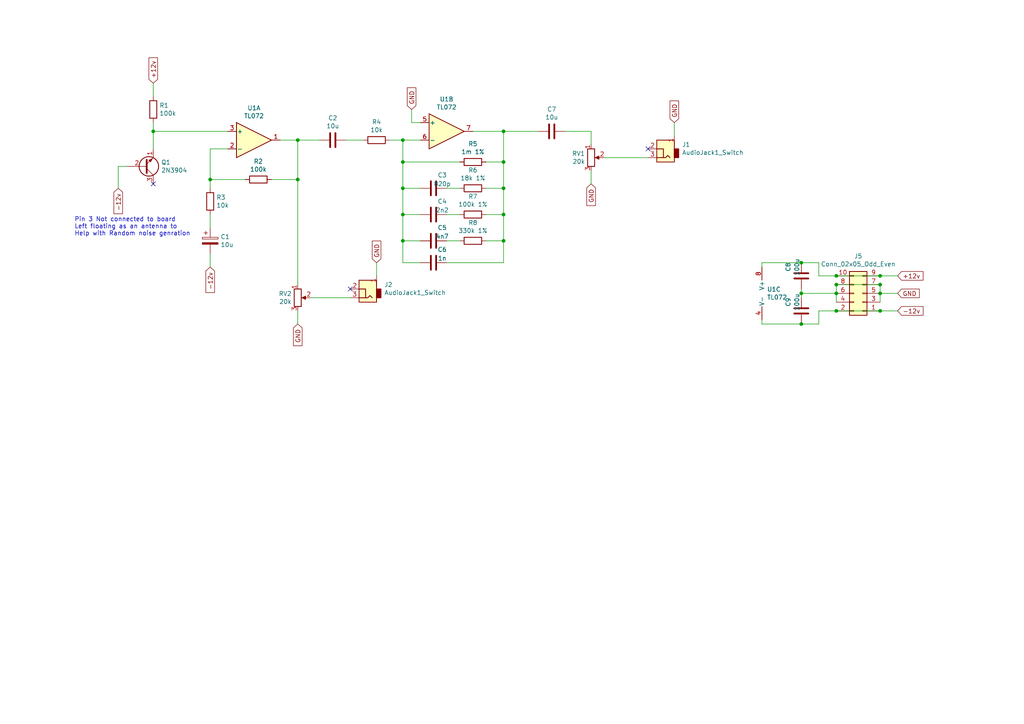
<source format=kicad_sch>
(kicad_sch (version 20250114) (generator "eeschema") (generator_version "9.0")
  (paper "A4")
  (lib_symbols
    (symbol "Amplifier_Operational:TL072" (pin_names (offset 0.127))
      (property "Reference" "U" (at 0 5.08 0))
      (property "Value" "TL072" (at 0 -5.08 0))
      (symbol "TL072_1_1"
        (polyline (pts (xy -5.08 5.08) (xy 5.08 0) (xy -5.08 -5.08) (xy -5.08 5.08)) (stroke (width 0.254)) (fill (type background)))
        (pin input line (at -7.62 2.54 0) (length 2.54) (name "+") (number "3"))
        (pin input line (at -7.62 -2.54 0) (length 2.54) (name "-") (number "2"))
        (pin output line (at 7.62 0 180) (length 2.54) (name "~") (number "1"))
      )
      (symbol "TL072_2_1"
        (polyline (pts (xy -5.08 5.08) (xy 5.08 0) (xy -5.08 -5.08) (xy -5.08 5.08)) (stroke (width 0.254)) (fill (type background)))
        (pin input line (at -7.62 2.54 0) (length 2.54) (name "+") (number "5"))
        (pin input line (at -7.62 -2.54 0) (length 2.54) (name "-") (number "6"))
        (pin output line (at 7.62 0 180) (length 2.54) (name "~") (number "7"))
      )
      (symbol "TL072_3_1"
        (pin power_in line (at -2.54 7.62 270) (length 3.81) (name "V+") (number "8"))
        (pin power_in line (at -2.54 -7.62 90) (length 3.81) (name "V-") (number "4"))
      )
    )
    (symbol "Connector_Generic:Conn_02x05_Odd_Even" (pin_names (offset 1.016) (hide yes))
      (property "Reference" "J" (at 1.27 7.62 0))
      (property "Value" "Conn_02x05_Odd_Even" (at 1.27 -7.62 0))
      (symbol "Conn_02x05_Odd_Even_1_1"
        (rectangle (start -1.27 6.35) (end 3.81 -6.35) (stroke (width 0.254)) (fill (type background)))
        (rectangle (start -1.27 5.207) (end 0 4.953) (stroke (width 0.1524)))
        (rectangle (start -1.27 2.667) (end 0 2.413) (stroke (width 0.1524)))
        (rectangle (start -1.27 0.127) (end 0 -0.127) (stroke (width 0.1524)))
        (rectangle (start -1.27 -2.413) (end 0 -2.667) (stroke (width 0.1524)))
        (rectangle (start -1.27 -4.953) (end 0 -5.207) (stroke (width 0.1524)))
        (rectangle (start 3.81 5.207) (end 2.54 4.953) (stroke (width 0.1524)))
        (rectangle (start 3.81 2.667) (end 2.54 2.413) (stroke (width 0.1524)))
        (rectangle (start 3.81 0.127) (end 2.54 -0.127) (stroke (width 0.1524)))
        (rectangle (start 3.81 -2.413) (end 2.54 -2.667) (stroke (width 0.1524)))
        (rectangle (start 3.81 -4.953) (end 2.54 -5.207) (stroke (width 0.1524)))
        (pin passive line (at -5.08 5.08 0) (length 3.81) (name "Pin_1") (number "1"))
        (pin passive line (at -5.08 2.54 0) (length 3.81) (name "Pin_3") (number "3"))
        (pin passive line (at -5.08 0 0) (length 3.81) (name "Pin_5") (number "5"))
        (pin passive line (at -5.08 -2.54 0) (length 3.81) (name "Pin_7") (number "7"))
        (pin passive line (at -5.08 -5.08 0) (length 3.81) (name "Pin_9") (number "9"))
        (pin passive line (at 7.62 5.08 180) (length 3.81) (name "Pin_2") (number "2"))
        (pin passive line (at 7.62 2.54 180) (length 3.81) (name "Pin_4") (number "4"))
        (pin passive line (at 7.62 0 180) (length 3.81) (name "Pin_6") (number "6"))
        (pin passive line (at 7.62 -2.54 180) (length 3.81) (name "Pin_8") (number "8"))
        (pin passive line (at 7.62 -5.08 180) (length 3.81) (name "Pin_10") (number "10"))
      )
    )
    (symbol "Custom_Lib:AudioJack1_Switch"
      (property "Reference" "J" (at 0 8.89 0))
      (property "Value" "Custom_Lib_AudioJack1_Switch" (at 0 6.35 0))
      (symbol "AudioJack1_Switch_0_1"
        (rectangle (start -2.54 0) (end -3.81 2.54) (stroke (width 0.254)) (fill (type outline)))
        (polyline (pts (xy -1.27 2.54) (xy -0.635 1.905) (xy 0 2.54) (xy 2.54 2.54)) (stroke (width 0.254)))
        (polyline (pts (xy 0.635 2.54) (xy 0.635 0) (xy 2.54 0)) (stroke (width 0.254)))
        (rectangle (start 2.54 3.81) (end -2.54 -2.54) (stroke (width 0.254)) (fill (type background)))
      )
      (symbol "AudioJack1_Switch_1_1"
        (pin passive line (at -2.54 -3.81 90) (length 2.54) (name "~") (number "1"))
        (pin passive line (at 5.08 2.54 180) (length 2.54) (name "~") (number "3"))
        (pin passive line (at 5.08 0 180) (length 2.54) (name "~") (number "2"))
      )
    )
    (symbol "Device:C" (pin_numbers (hide yes)) (pin_names (offset 0.254))
      (property "Reference" "C" (at 0.635 2.54 0))
      (property "Value" "C" (at 0.635 -2.54 0))
      (symbol "C_0_1"
        (polyline (pts (xy -2.032 0.762) (xy 2.032 0.762)) (stroke (width 0.508)))
        (polyline (pts (xy -2.032 -0.762) (xy 2.032 -0.762)) (stroke (width 0.508)))
      )
      (symbol "C_1_1"
        (pin passive line (at 0 3.81 270) (length 2.794) (name "~") (number "1"))
        (pin passive line (at 0 -3.81 90) (length 2.794) (name "~") (number "2"))
      )
    )
    (symbol "Device:CP" (pin_numbers (hide yes)) (pin_names (offset 0.254))
      (property "Reference" "C" (at 0.635 2.54 0))
      (property "Value" "Device_CP" (at 0.635 -2.54 0))
      (symbol "CP_0_1"
        (rectangle (start -2.286 0.508) (end 2.286 1.016))
        (polyline (pts (xy -1.778 2.286) (xy -0.762 2.286)))
        (polyline (pts (xy -1.27 2.794) (xy -1.27 1.778)))
        (rectangle (start 2.286 -0.508) (end -2.286 -1.016) (fill (type outline)))
      )
      (symbol "CP_1_1"
        (pin passive line (at 0 3.81 270) (length 2.794) (name "~") (number "1"))
        (pin passive line (at 0 -3.81 90) (length 2.794) (name "~") (number "2"))
      )
    )
    (symbol "Device:R" (pin_numbers (hide yes)) (pin_names (offset 0))
      (property "Reference" "R" (at 2.032 0 90))
      (property "Value" "R" (at 0 0 90))
      (symbol "R_0_1"
        (rectangle (start -1.016 -2.54) (end 1.016 2.54) (stroke (width 0.254)))
      )
      (symbol "R_1_1"
        (pin passive line (at 0 3.81 270) (length 1.27) (name "~") (number "1"))
        (pin passive line (at 0 -3.81 90) (length 1.27) (name "~") (number "2"))
      )
    )
    (symbol "Device:R_POT" (pin_names (offset 1.016) (hide yes))
      (property "Reference" "RV" (at -4.445 0 90))
      (property "Value" "Device_R_POT" (at -2.54 0 90))
      (symbol "R_POT_0_1"
        (rectangle (start 1.016 2.54) (end -1.016 -2.54) (stroke (width 0.254)))
        (polyline (pts (xy 1.143 0) (xy 2.286 0.508) (xy 2.286 -0.508) (xy 1.143 0)) (fill (type outline)))
        (polyline (pts (xy 2.54 0) (xy 1.524 0)))
      )
      (symbol "R_POT_1_1"
        (pin passive line (at 0 3.81 270) (length 1.27) (name "1") (number "1"))
        (pin passive line (at 0 -3.81 90) (length 1.27) (name "3") (number "3"))
        (pin passive line (at 3.81 0 180) (length 1.27) (name "2") (number "2"))
      )
    )
    (symbol "Transistor_BJT:2N3904" (pin_names (offset 0) (hide yes))
      (property "Reference" "Q" (at 5.08 1.905 0))
      (property "Value" "2N3904" (at 5.08 0 0))
      (symbol "2N3904_0_1"
        (polyline (pts (xy 0.635 1.905) (xy 0.635 -1.905) (xy 0.635 -1.905)) (stroke (width 0.508)))
        (polyline (pts (xy 0.635 0.635) (xy 2.54 2.54)))
        (polyline (pts (xy 0.635 -0.635) (xy 2.54 -2.54) (xy 2.54 -2.54)))
        (circle (center 1.27 0) (radius 2.8194) (stroke (width 0.254)))
        (polyline (pts (xy 1.27 -1.778) (xy 1.778 -1.27) (xy 2.286 -2.286) (xy 1.27 -1.778) (xy 1.27 -1.778)) (fill (type outline)))
      )
      (symbol "2N3904_1_1"
        (pin passive line (at -5.08 0 0) (length 5.715) (name "B") (number "2"))
        (pin passive line (at 2.54 5.08 270) (length 2.54) (name "C") (number "3"))
        (pin passive line (at 2.54 -5.08 90) (length 2.54) (name "E") (number "1"))
      )
    )
  )
  (text "Pin 3 Not connected to board\nLeft floating as an antenna to\nHelp with Random noise genration" (at 21.59 68.58 0) (effects (font (size 1.27 1.27)) (justify left bottom)))
  (junction (at 86.36 52.07))
  (junction (at 232.41 85.09))
  (junction (at 255.27 85.09))
  (junction (at 86.36 40.64))
  (junction (at 242.57 82.55))
  (junction (at 146.05 69.85))
  (junction (at 242.57 80.01))
  (junction (at 242.57 90.17))
  (junction (at 116.84 54.61))
  (junction (at 44.45 38.1))
  (junction (at 255.27 82.55))
  (junction (at 242.57 85.09))
  (junction (at 116.84 40.64))
  (junction (at 60.96 52.07))
  (junction (at 146.05 46.99))
  (junction (at 116.84 69.85))
  (junction (at 146.05 38.1))
  (junction (at 116.84 46.99))
  (junction (at 232.41 76.2))
  (junction (at 146.05 54.61))
  (junction (at 255.27 80.01))
  (junction (at 255.27 90.17))
  (junction (at 146.05 62.23))
  (junction (at 116.84 62.23))
  (junction (at 232.41 93.98))
  (no_connect (at 187.96 43.18))
  (no_connect (at 44.45 53.34))
  (no_connect (at 101.6 83.82))
  (wire (pts (xy 86.36 90.17) (xy 86.36 93.98)))
  (wire (pts (xy 260.35 90.17) (xy 255.27 90.17)))
  (wire (pts (xy 129.54 76.2) (xy 146.05 76.2)))
  (wire (pts (xy 140.97 46.99) (xy 146.05 46.99)))
  (wire (pts (xy 232.41 83.82) (xy 232.41 85.09)))
  (wire (pts (xy 129.54 62.23) (xy 133.35 62.23)))
  (wire (pts (xy 119.38 31.75) (xy 119.38 35.56)))
  (wire (pts (xy 146.05 46.99) (xy 146.05 38.1)))
  (wire (pts (xy 86.36 52.07) (xy 86.36 82.55)))
  (wire (pts (xy 260.35 80.01) (xy 255.27 80.01)))
  (wire (pts (xy 232.41 85.09) (xy 242.57 85.09)))
  (wire (pts (xy 242.57 85.09) (xy 242.57 87.63)))
  (wire (pts (xy 90.17 86.36) (xy 101.6 86.36)))
  (wire (pts (xy 220.98 92.71) (xy 220.98 93.98)))
  (wire (pts (xy 121.92 54.61) (xy 116.84 54.61)))
  (wire (pts (xy 255.27 90.17) (xy 242.57 90.17)))
  (wire (pts (xy 171.45 49.53) (xy 171.45 53.34)))
  (wire (pts (xy 242.57 82.55) (xy 255.27 82.55)))
  (wire (pts (xy 44.45 38.1) (xy 44.45 35.56)))
  (wire (pts (xy 237.49 90.17) (xy 242.57 90.17)))
  (wire (pts (xy 237.49 80.01) (xy 237.49 76.2)))
  (wire (pts (xy 140.97 62.23) (xy 146.05 62.23)))
  (wire (pts (xy 34.29 48.26) (xy 34.29 54.61)))
  (wire (pts (xy 121.92 62.23) (xy 116.84 62.23)))
  (wire (pts (xy 171.45 38.1) (xy 171.45 41.91)))
  (wire (pts (xy 260.35 85.09) (xy 255.27 85.09)))
  (wire (pts (xy 129.54 54.61) (xy 133.35 54.61)))
  (wire (pts (xy 44.45 24.13) (xy 44.45 27.94)))
  (wire (pts (xy 60.96 43.18) (xy 66.04 43.18)))
  (wire (pts (xy 146.05 69.85) (xy 146.05 62.23)))
  (wire (pts (xy 146.05 62.23) (xy 146.05 54.61)))
  (wire (pts (xy 60.96 77.47) (xy 60.96 73.66)))
  (wire (pts (xy 116.84 54.61) (xy 116.84 46.99)))
  (wire (pts (xy 163.83 38.1) (xy 171.45 38.1)))
  (wire (pts (xy 146.05 38.1) (xy 137.16 38.1)))
  (wire (pts (xy 146.05 76.2) (xy 146.05 69.85)))
  (wire (pts (xy 255.27 80.01) (xy 242.57 80.01)))
  (wire (pts (xy 119.38 35.56) (xy 121.92 35.56)))
  (wire (pts (xy 116.84 69.85) (xy 116.84 62.23)))
  (wire (pts (xy 81.28 40.64) (xy 86.36 40.64)))
  (wire (pts (xy 175.26 45.72) (xy 187.96 45.72)))
  (wire (pts (xy 242.57 80.01) (xy 237.49 80.01)))
  (wire (pts (xy 109.22 76.2) (xy 109.22 80.01)))
  (wire (pts (xy 60.96 52.07) (xy 60.96 54.61)))
  (wire (pts (xy 36.83 48.26) (xy 34.29 48.26)))
  (wire (pts (xy 66.04 38.1) (xy 44.45 38.1)))
  (wire (pts (xy 100.33 40.64) (xy 105.41 40.64)))
  (wire (pts (xy 129.54 69.85) (xy 133.35 69.85)))
  (wire (pts (xy 113.03 40.64) (xy 116.84 40.64)))
  (wire (pts (xy 255.27 85.09) (xy 255.27 87.63)))
  (wire (pts (xy 116.84 76.2) (xy 116.84 69.85)))
  (wire (pts (xy 237.49 93.98) (xy 237.49 90.17)))
  (wire (pts (xy 237.49 76.2) (xy 232.41 76.2)))
  (wire (pts (xy 140.97 54.61) (xy 146.05 54.61)))
  (wire (pts (xy 44.45 43.18) (xy 44.45 38.1)))
  (wire (pts (xy 116.84 62.23) (xy 116.84 54.61)))
  (wire (pts (xy 146.05 54.61) (xy 146.05 46.99)))
  (wire (pts (xy 121.92 69.85) (xy 116.84 69.85)))
  (wire (pts (xy 86.36 40.64) (xy 86.36 52.07)))
  (wire (pts (xy 121.92 76.2) (xy 116.84 76.2)))
  (wire (pts (xy 116.84 40.64) (xy 121.92 40.64)))
  (wire (pts (xy 255.27 82.55) (xy 255.27 85.09)))
  (wire (pts (xy 220.98 93.98) (xy 232.41 93.98)))
  (wire (pts (xy 116.84 46.99) (xy 116.84 40.64)))
  (wire (pts (xy 146.05 38.1) (xy 156.21 38.1)))
  (wire (pts (xy 133.35 46.99) (xy 116.84 46.99)))
  (wire (pts (xy 242.57 82.55) (xy 242.57 85.09)))
  (wire (pts (xy 195.58 35.56) (xy 195.58 39.37)))
  (wire (pts (xy 86.36 40.64) (xy 92.71 40.64)))
  (wire (pts (xy 220.98 76.2) (xy 220.98 77.47)))
  (wire (pts (xy 232.41 76.2) (xy 220.98 76.2)))
  (wire (pts (xy 232.41 85.09) (xy 232.41 86.36)))
  (wire (pts (xy 232.41 93.98) (xy 237.49 93.98)))
  (wire (pts (xy 86.36 52.07) (xy 78.74 52.07)))
  (wire (pts (xy 71.12 52.07) (xy 60.96 52.07)))
  (wire (pts (xy 60.96 43.18) (xy 60.96 52.07)))
  (wire (pts (xy 140.97 69.85) (xy 146.05 69.85)))
  (wire (pts (xy 60.96 62.23) (xy 60.96 66.04)))
  (global_label "GND" (shape input) (at 195.58 35.56 90) (property "Intersheetrefs" "${INTERSHEET_REFS}" (effects (hide yes))))
  (global_label "GND" (shape input) (at 119.38 31.75 90) (property "Intersheetrefs" "${INTERSHEET_REFS}" (effects (hide yes))))
  (global_label "-12v" (shape input) (at 60.96 77.47 270) (property "Intersheetrefs" "${INTERSHEET_REFS}" (effects (hide yes))))
  (global_label "+12v" (shape input) (at 44.45 24.13 90) (property "Intersheetrefs" "${INTERSHEET_REFS}" (effects (hide yes))))
  (global_label "-12v" (shape input) (at 34.29 54.61 270) (property "Intersheetrefs" "${INTERSHEET_REFS}" (effects (hide yes))))
  (global_label "GND" (shape input) (at 86.36 93.98 270) (property "Intersheetrefs" "${INTERSHEET_REFS}" (effects (hide yes))))
  (global_label "-12v" (shape input) (at 260.35 90.17 0) (property "Intersheetrefs" "${INTERSHEET_REFS}" (effects (hide yes))))
  (global_label "GND" (shape input) (at 260.35 85.09 0) (property "Intersheetrefs" "${INTERSHEET_REFS}" (effects (hide yes))))
  (global_label "+12v" (shape input) (at 260.35 80.01 0) (property "Intersheetrefs" "${INTERSHEET_REFS}" (effects (hide yes))))
  (global_label "GND" (shape input) (at 109.22 76.2 90) (property "Intersheetrefs" "${INTERSHEET_REFS}" (effects (hide yes))))
  (global_label "GND" (shape input) (at 171.45 53.34 270) (property "Intersheetrefs" "${INTERSHEET_REFS}" (effects (hide yes))))
  (symbol (lib_id "Transistor_BJT:2N3904") (at 41.91 48.26 0) (mirror x) (unit 1)
    (property "Reference" "Q1" (at 46.736 47.0916 0) (effects (justify left)))
    (property "Value" "2N3904" (at 46.736 49.403 0) (effects (justify left)))
    (property "Footprint" "TO_SOT_Packages_THT:TO-92_Inline_Wide" (effects (hide yes)))
    (property "Datasheet" "https://www.fairchildsemi.com/datasheets/2N/2N3904.pdf" (effects (hide yes)))
  )
  (symbol (lib_id "Device:R") (at 44.45 31.75 0) (unit 1)
    (property "Reference" "R1" (at 46.228 30.5816 0) (effects (justify left)))
    (property "Value" "100k" (at 46.228 32.893 0) (effects (justify left)))
    (property "Footprint" "Resistors_THT:R_Axial_DIN0207_L6.3mm_D2.5mm_P10.16mm_Horizontal" (effects (hide yes)))
  )
  (symbol (lib_id "Device:R") (at 74.93 52.07 270) (unit 1)
    (property "Reference" "R2" (at 74.93 46.8122 90))
    (property "Value" "100k" (at 74.93 49.1236 90))
    (property "Footprint" "Resistors_THT:R_Axial_DIN0207_L6.3mm_D2.5mm_P10.16mm_Horizontal" (effects (hide yes)))
  )
  (symbol (lib_id "Device:R") (at 60.96 58.42 180) (unit 1)
    (property "Reference" "R3" (at 62.738 57.2516 0) (effects (justify right)))
    (property "Value" "10k" (at 62.738 59.563 0) (effects (justify right)))
    (property "Footprint" "Resistors_THT:R_Axial_DIN0207_L6.3mm_D2.5mm_P10.16mm_Horizontal" (effects (hide yes)))
  )
  (symbol (lib_id "Device:CP") (at 60.96 69.85 0) (unit 1)
    (property "Reference" "C1" (at 63.9572 68.6816 0) (effects (justify left)))
    (property "Value" "10u" (at 63.9572 70.993 0) (effects (justify left)))
    (property "Footprint" "Capacitors_THT:CP_Radial_D4.0mm_P1.50mm" (effects (hide yes)))
  )
  (symbol (lib_id "Device:R") (at 109.22 40.64 270) (unit 1)
    (property "Reference" "R4" (at 109.22 35.3822 90))
    (property "Value" "10k" (at 109.22 37.6936 90))
    (property "Footprint" "Resistors_THT:R_Axial_DIN0207_L6.3mm_D2.5mm_P10.16mm_Horizontal" (effects (hide yes)))
  )
  (symbol (lib_id "Device:C") (at 96.52 40.64 270) (unit 1)
    (property "Reference" "C2" (at 96.52 34.2392 90))
    (property "Value" "10u" (at 96.52 36.5506 90))
    (property "Footprint" "Capacitors_THT:C_Disc_D6.0mm_W4.4mm_P5.00mm" (effects (hide yes)))
  )
  (symbol (lib_id "Device:R") (at 137.16 54.61 270) (unit 1)
    (property "Reference" "R6" (at 137.16 49.3522 90))
    (property "Value" "18k 1%" (at 137.16 51.6636 90))
    (property "Footprint" "Resistors_THT:R_Axial_DIN0207_L6.3mm_D2.5mm_P10.16mm_Horizontal" (effects (hide yes)))
  )
  (symbol (lib_id "Device:C") (at 125.73 54.61 270) (unit 1)
    (property "Reference" "C3" (at 128.27 50.8 90))
    (property "Value" "820p" (at 128.27 53.34 90))
    (property "Footprint" "Capacitors_THT:C_Disc_D6.0mm_W4.4mm_P5.00mm" (effects (hide yes)))
  )
  (symbol (lib_id "Device:R") (at 137.16 46.99 270) (unit 1)
    (property "Reference" "R5" (at 137.16 41.7322 90))
    (property "Value" "1m 1%" (at 137.16 44.0436 90))
    (property "Footprint" "Resistors_THT:R_Axial_DIN0207_L6.3mm_D2.5mm_P10.16mm_Horizontal" (effects (hide yes)))
  )
  (symbol (lib_id "Device:R") (at 137.16 62.23 270) (unit 1)
    (property "Reference" "R7" (at 137.16 56.9722 90))
    (property "Value" "100k 1%" (at 137.16 59.2836 90))
    (property "Footprint" "Resistors_THT:R_Axial_DIN0207_L6.3mm_D2.5mm_P10.16mm_Horizontal" (effects (hide yes)))
  )
  (symbol (lib_id "Device:C") (at 125.73 62.23 270) (unit 1)
    (property "Reference" "C4" (at 128.27 58.42 90))
    (property "Value" "2n2" (at 128.27 60.96 90))
    (property "Footprint" "Capacitors_THT:C_Disc_D6.0mm_W4.4mm_P5.00mm" (effects (hide yes)))
  )
  (symbol (lib_id "Device:R") (at 137.16 69.85 270) (unit 1)
    (property "Reference" "R8" (at 137.16 64.5922 90))
    (property "Value" "330k 1%" (at 137.16 66.9036 90))
    (property "Footprint" "Resistors_THT:R_Axial_DIN0207_L6.3mm_D2.5mm_P10.16mm_Horizontal" (effects (hide yes)))
  )
  (symbol (lib_id "Device:C") (at 125.73 69.85 270) (unit 1)
    (property "Reference" "C5" (at 128.27 66.04 90))
    (property "Value" "4n7" (at 128.27 68.58 90))
    (property "Footprint" "Capacitors_THT:C_Disc_D6.0mm_W4.4mm_P5.00mm" (effects (hide yes)))
  )
  (symbol (lib_id "Device:C") (at 125.73 76.2 270) (unit 1)
    (property "Reference" "C6" (at 128.27 72.39 90))
    (property "Value" "1n" (at 128.27 74.93 90))
    (property "Footprint" "Capacitors_THT:C_Disc_D6.0mm_W4.4mm_P5.00mm" (effects (hide yes)))
  )
  (symbol (lib_id "Device:C") (at 160.02 38.1 270) (unit 1)
    (property "Reference" "C7" (at 160.02 31.6992 90))
    (property "Value" "10u" (at 160.02 34.0106 90))
    (property "Footprint" "Capacitors_THT:C_Disc_D6.0mm_W4.4mm_P5.00mm" (effects (hide yes)))
  )
  (symbol (lib_id "Device:R_POT") (at 171.45 45.72 0) (unit 1)
    (property "Reference" "RV1" (at 169.6974 44.5516 0) (effects (justify right)))
    (property "Value" "20k" (at 169.6974 46.863 0) (effects (justify right)))
    (property "Footprint" "Potentiometers:Potentiometer_Bourns_PTV09A-2_Vertical" (effects (hide yes)))
  )
  (symbol (lib_id "Amplifier_Operational:TL072") (at 73.66 40.64 0) (unit 1)
    (property "Reference" "U1" (at 73.66 31.3182 0))
    (property "Value" "TL072" (at 73.66 33.6296 0))
    (property "Footprint" "Housings_DIP:DIP-8_W7.62mm_Socket" (effects (hide yes)))
    (property "Datasheet" "http://www.ti.com/lit/ds/symlink/tl071.pdf" (effects (hide yes)))
  )
  (symbol (lib_id "Amplifier_Operational:TL072") (at 129.54 38.1 0) (unit 2)
    (property "Reference" "U1" (at 129.54 28.7782 0))
    (property "Value" "TL072" (at 129.54 31.0896 0))
    (property "Datasheet" "http://www.ti.com/lit/ds/symlink/tl071.pdf" (effects (hide yes)))
  )
  (symbol (lib_id "Amplifier_Operational:TL072") (at 223.52 85.09 0) (unit 3)
    (property "Reference" "U1" (at 222.4532 83.9216 0) (effects (justify left)))
    (property "Value" "TL072" (at 222.4532 86.233 0) (effects (justify left)))
    (property "Datasheet" "http://www.ti.com/lit/ds/symlink/tl071.pdf" (effects (hide yes)))
  )
  (symbol (lib_id "Connector_Generic:Conn_02x05_Odd_Even") (at 250.19 85.09 180) (unit 1)
    (property "Reference" "J5" (at 248.92 74.295 0))
    (property "Value" "Conn_02x05_Odd_Even" (at 248.92 76.6064 0))
    (property "Footprint" "Pin_Headers:Pin_Header_Straight_2x05_Pitch2.54mm" (effects (hide yes)))
  )
  (symbol (lib_id "Device:C") (at 232.41 80.01 0) (unit 1)
    (property "Reference" "C8" (at 228.6 77.47 90))
    (property "Value" "100u" (at 231.14 77.47 90))
    (property "Footprint" "Capacitors_THT:CP_Radial_D5.0mm_P2.00mm" (effects (hide yes)))
  )
  (symbol (lib_id "Device:C") (at 232.41 90.17 0) (unit 1)
    (property "Reference" "C9" (at 228.6 87.63 90))
    (property "Value" "100u" (at 231.14 87.63 90))
    (property "Footprint" "Capacitors_THT:CP_Radial_D5.0mm_P2.00mm" (effects (hide yes)))
  )
  (symbol (lib_id "Custom_Lib:AudioJack1_Switch") (at 193.04 43.18 180) (unit 1)
    (property "Reference" "J1" (at 197.8152 41.9354 0) (effects (justify right)))
    (property "Value" "AudioJack1_Switch" (at 197.8152 44.2468 0) (effects (justify right)))
    (property "Footprint" "Custom_Library:Mono_Jack_3.5mm_Switch_Switchcraft_35RAPC2AH3" (effects (hide yes)))
  )
  (symbol (lib_id "Device:R_POT") (at 86.36 86.36 0) (unit 1)
    (property "Reference" "RV2" (at 84.6074 85.1916 0) (effects (justify right)))
    (property "Value" "20k" (at 84.6074 87.503 0) (effects (justify right)))
    (property "Footprint" "Potentiometers:Potentiometer_Bourns_PTV09A-2_Vertical" (effects (hide yes)))
  )
  (symbol (lib_id "Custom_Lib:AudioJack1_Switch") (at 106.68 83.82 180) (unit 1)
    (property "Reference" "J2" (at 111.4552 82.5754 0) (effects (justify right)))
    (property "Value" "AudioJack1_Switch" (at 111.4552 84.8868 0) (effects (justify right)))
    (property "Footprint" "Custom_Library:Mono_Jack_3.5mm_Switch_Switchcraft_35RAPC2AH3" (effects (hide yes)))
  )
)
</source>
